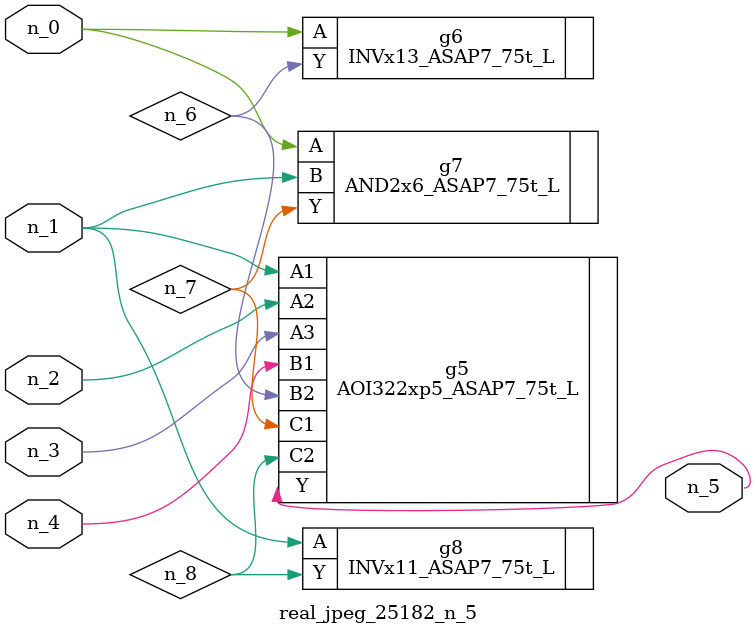
<source format=v>
module real_jpeg_25182_n_5 (n_4, n_0, n_1, n_2, n_3, n_5);

input n_4;
input n_0;
input n_1;
input n_2;
input n_3;

output n_5;

wire n_8;
wire n_6;
wire n_7;

INVx13_ASAP7_75t_L g6 ( 
.A(n_0),
.Y(n_6)
);

AND2x6_ASAP7_75t_L g7 ( 
.A(n_0),
.B(n_1),
.Y(n_7)
);

AOI322xp5_ASAP7_75t_L g5 ( 
.A1(n_1),
.A2(n_2),
.A3(n_3),
.B1(n_4),
.B2(n_6),
.C1(n_7),
.C2(n_8),
.Y(n_5)
);

INVx11_ASAP7_75t_L g8 ( 
.A(n_1),
.Y(n_8)
);


endmodule
</source>
